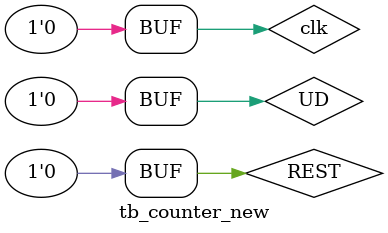
<source format=v>
`timescale 1ns / 1ps


module tb_counter_new;

	// Inputs
	reg clk;
	reg UD;
	reg REST;

	// Outputs
	wire [2:0] Q;

	// Instantiate the Unit Under Test (UUT)
	counter uut (
		.clk(clk), 
		.UD(UD), 
		.REST(REST), 
		.Q(Q)
	);
	
	initial begin
		clk= 1'b0;
		repeat(500)
		begin
			#40
			clk = ~clk;
		end
	end
	
	initial begin
		// Initialize Inputs
		UD = 0;
		REST = 1;
		#100;
		
		REST = 0;
		UD = 0;
		#100;
		
		UD = 1;
		#100;
		
		UD = 1;
		#100;
		
		UD = 0;
		#100;
		
		UD = 1;
		#100;
		
		UD = 0;
		#200;
        
		// Add stimulus here

	end
      
endmodule


</source>
